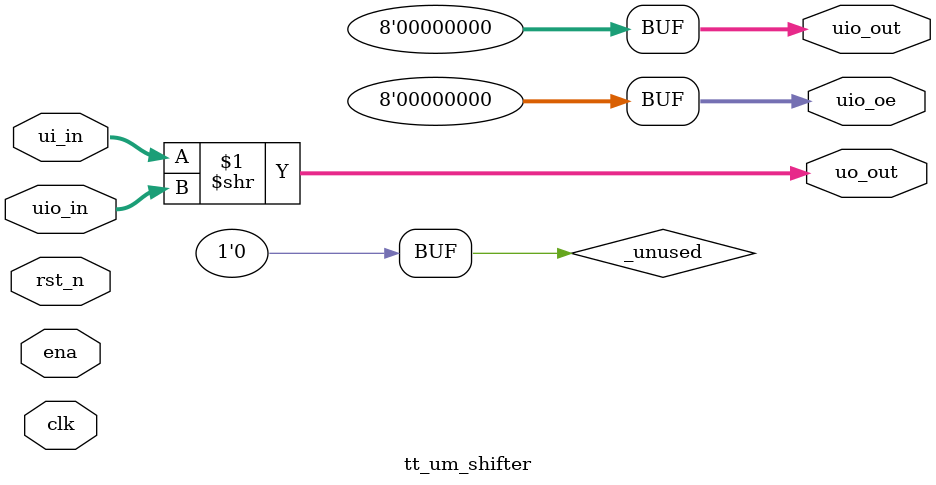
<source format=v>
/*
 * Copyright (c) 2024 Your Name
 * SPDX-License-Identifier: Apache-2.0
 */

`default_nettype none

module tt_um_shifter (
    input  wire [7:0] ui_in,    // Dedicated inputs
    output wire [7:0] uo_out,   // Dedicated outputs
    input  wire [7:0] uio_in,   // IOs: Input path
    output wire [7:0] uio_out,  // IOs: Output path
    output wire [7:0] uio_oe,   // IOs: Enable path (active high: 0=input, 1=output)
    input  wire       ena,      // always 1 when the design is powered, so you can ignore it
    input  wire       clk,      // clock
    input  wire       rst_n     // reset_n - low to reset
);

  // All output pins must be assigned. If not used, assign to 0.
  assign uo_out  = ui_in >> uio_in;  // Example: ou_out is the sum of ui_in and uio_in
  assign uio_out = 0;
  assign uio_oe  = 0;

  // List all unused inputs to prevent warnings
  wire _unused = &{ena, clk, rst_n, 1'b0};

endmodule

</source>
